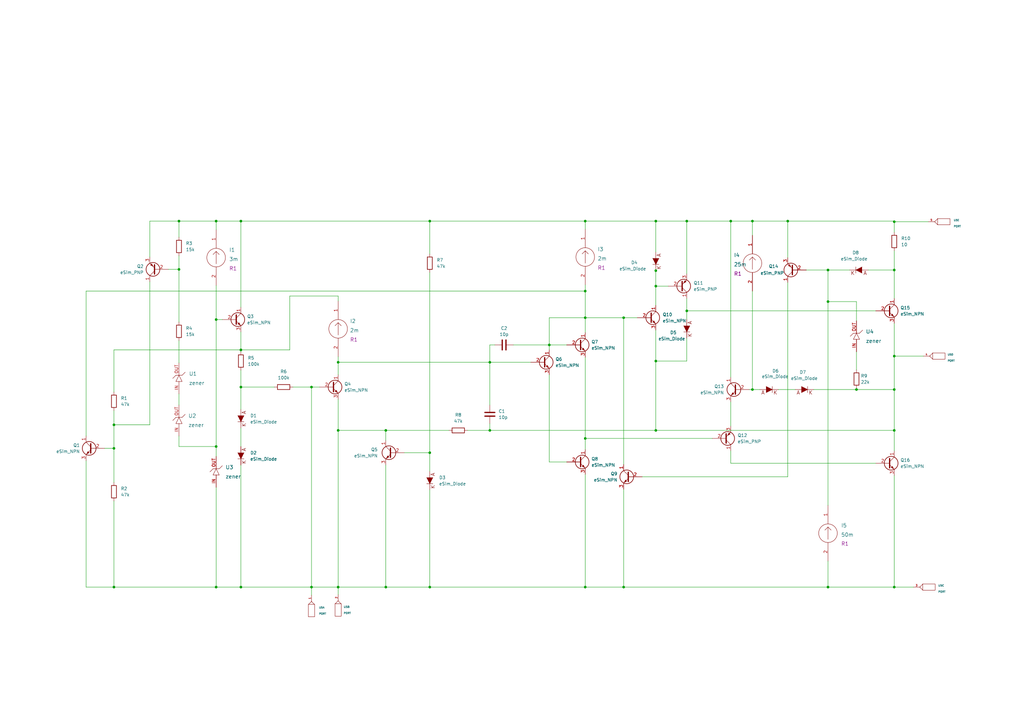
<source format=kicad_sch>
(kicad_sch (version 20211123) (generator eeschema)
  (paper "A3")
  (lib_symbols
    (symbol "eSim_Analog:zener" (pin_names (offset 1.016))
      (property "Reference" "U" (at -1.27 -2.54 0))
      (property "Value" "zener" (at 0 2.54 0))
      (symbol "zener_0_1"
        (polyline (pts (xy 2.54 -1.27) (xy 1.27 -2.54)))
        (polyline (pts (xy 2.54 1.27) (xy 2.54 -1.27)))
        (polyline (pts (xy 2.54 1.27) (xy 3.81 2.54)))
        (polyline (pts (xy 0 1.27) (xy 0 -1.27) (xy 2.54 0) (xy 0 1.27)))
      )
      (symbol "zener_1_1"
        (pin input line (at -5.08 0 0) (length 5.08) (name "~") (number "IN"))
        (pin output line (at 7.62 0 180) (length 5.08) (name "~") (number "OUT"))
      )
    )
    (symbol "eSim_Devices:capacitor" (pin_numbers hide) (pin_names (offset 0.254))
      (property "Reference" "C" (at 0.635 2.54 0))
      (property "Value" "capacitor" (at 0.635 -2.54 0))
      (symbol "capacitor_0_1"
        (polyline (pts (xy -2.032 -0.762) (xy 2.032 -0.762)) (stroke (width 0.508)))
        (polyline (pts (xy -2.032 0.762) (xy 2.032 0.762)) (stroke (width 0.508)))
      )
      (symbol "capacitor_1_1"
        (pin passive line (at 0 3.81 270) (length 2.794) (name "~") (number "1"))
        (pin passive line (at 0 -3.81 90) (length 2.794) (name "~") (number "2"))
      )
    )
    (symbol "eSim_Devices:eSim_Diode" (pin_numbers hide) (pin_names (offset 1.016) hide)
      (property "Reference" "D" (at 0 2.54 0))
      (property "Value" "eSim_Diode" (at 0 -2.54 0))
      (symbol "eSim_Diode_0_0"
        (text "A" (at -2.54 1.27 0) (effects (font (size 1.524 1.524))))
        (text "K" (at 2.54 1.27 0) (effects (font (size 1.524 1.524))))
      )
      (symbol "eSim_Diode_0_1"
        (polyline (pts (xy 1.27 1.27) (xy 1.27 -1.27)) (stroke (width 0.1524)))
        (polyline (pts (xy -1.27 1.27) (xy 1.27 0) (xy -1.27 -1.27)) (fill (type outline)))
      )
      (symbol "eSim_Diode_1_1"
        (pin passive line (at -3.81 0 0) (length 2.54) (name "A") (number "1"))
        (pin passive line (at 3.81 0 180) (length 2.54) (name "K") (number "2"))
      )
    )
    (symbol "eSim_Devices:eSim_NPN" (pin_names (offset 0) hide)
      (property "Reference" "Q" (at -2.54 1.27 0))
      (property "Value" "eSim_NPN" (at -1.27 3.81 0))
      (symbol "eSim_NPN_0_1"
        (polyline (pts (xy 0.635 0.635) (xy 2.54 2.54)))
        (polyline (pts (xy 0.635 -0.635) (xy 2.54 -2.54) (xy 2.54 -2.54)))
        (polyline (pts (xy 0.635 1.905) (xy 0.635 -1.905) (xy 0.635 -1.905)) (stroke (width 0.508)))
        (polyline (pts (xy 1.27 -1.778) (xy 1.778 -1.27) (xy 2.286 -2.286) (xy 1.27 -1.778) (xy 1.27 -1.778)) (fill (type outline)))
        (circle (center 1.27 0) (radius 2.8194) (stroke (width 0.254)))
      )
      (symbol "eSim_NPN_1_1"
        (pin passive line (at 2.54 5.08 270) (length 2.54) (name "C") (number "1"))
        (pin passive line (at -5.08 0 0) (length 5.715) (name "B") (number "2"))
        (pin passive line (at 2.54 -5.08 90) (length 2.54) (name "E") (number "3"))
      )
    )
    (symbol "eSim_Devices:eSim_PNP" (pin_names (offset 0) hide)
      (property "Reference" "Q" (at -2.54 1.27 0))
      (property "Value" "eSim_PNP" (at -1.27 3.81 0))
      (symbol "eSim_PNP_0_1"
        (polyline (pts (xy 0.635 0.635) (xy 2.54 2.54)))
        (polyline (pts (xy 0.635 -0.635) (xy 2.54 -2.54) (xy 2.54 -2.54)))
        (polyline (pts (xy 0.635 1.905) (xy 0.635 -1.905) (xy 0.635 -1.905)) (stroke (width 0.508)))
        (polyline (pts (xy 2.286 -1.778) (xy 1.778 -2.286) (xy 1.27 -1.27) (xy 2.286 -1.778) (xy 2.286 -1.778)) (fill (type outline)))
        (circle (center 1.27 0) (radius 2.8194) (stroke (width 0.254)))
      )
      (symbol "eSim_PNP_1_1"
        (pin passive line (at 2.54 5.08 270) (length 2.54) (name "C") (number "1"))
        (pin passive line (at -5.08 0 0) (length 5.715) (name "B") (number "2"))
        (pin passive line (at 2.54 -5.08 90) (length 2.54) (name "E") (number "3"))
      )
    )
    (symbol "eSim_Devices:resistor" (pin_numbers hide) (pin_names (offset 0))
      (property "Reference" "R" (at 1.27 3.302 0))
      (property "Value" "resistor" (at 1.27 -1.27 0))
      (symbol "resistor_0_1"
        (rectangle (start 3.81 0.254) (end -1.27 2.286) (stroke (width 0.254)))
      )
      (symbol "resistor_1_1"
        (pin passive line (at -2.54 1.27 0) (length 1.27) (name "~") (number "1"))
        (pin passive line (at 5.08 1.27 180) (length 1.27) (name "~") (number "2"))
      )
    )
    (symbol "eSim_Miscellaneous:PORT" (pin_names (offset 1.016))
      (property "Reference" "U" (at 1.27 2.54 0))
      (property "Value" "PORT" (at 0 0 0))
      (symbol "PORT_0_1"
        (rectangle (start -2.54 1.27) (end 2.54 -1.27))
        (arc (start 2.54 1.27) (mid 3.1355 0.5955) (end 3.81 0))
        (arc (start 3.81 0) (mid 3.1447 -0.6046) (end 2.54 -1.27))
      )
      (symbol "PORT_1_1"
        (pin bidirectional line (at 6.35 0 180) (length 2.54) (name "~") (number "1"))
      )
      (symbol "PORT_2_1"
        (pin bidirectional line (at 6.35 0 180) (length 2.54) (name "~") (number "2"))
      )
      (symbol "PORT_3_1"
        (pin bidirectional line (at 6.35 0 180) (length 2.54) (name "~") (number "3"))
      )
      (symbol "PORT_4_1"
        (pin bidirectional line (at 6.35 0 180) (length 2.54) (name "~") (number "4"))
      )
      (symbol "PORT_5_1"
        (pin bidirectional line (at 6.35 0 180) (length 2.54) (name "~") (number "5"))
      )
      (symbol "PORT_6_1"
        (pin bidirectional line (at 6.35 0 180) (length 2.54) (name "~") (number "6"))
      )
      (symbol "PORT_7_1"
        (pin bidirectional line (at 6.35 0 180) (length 2.54) (name "~") (number "7"))
      )
      (symbol "PORT_8_1"
        (pin bidirectional line (at 6.35 0 180) (length 2.54) (name "~") (number "8"))
      )
      (symbol "PORT_9_1"
        (pin bidirectional line (at 6.35 0 180) (length 2.54) (name "~") (number "9"))
      )
      (symbol "PORT_10_1"
        (pin bidirectional line (at 6.35 0 180) (length 2.54) (name "~") (number "10"))
      )
      (symbol "PORT_11_1"
        (pin bidirectional line (at 6.35 0 180) (length 2.54) (name "~") (number "11"))
      )
      (symbol "PORT_12_1"
        (pin bidirectional line (at 6.35 0 180) (length 2.54) (name "~") (number "12"))
      )
      (symbol "PORT_13_1"
        (pin bidirectional line (at 6.35 0 180) (length 2.54) (name "~") (number "13"))
      )
      (symbol "PORT_14_1"
        (pin bidirectional line (at 6.35 0 180) (length 2.54) (name "~") (number "14"))
      )
      (symbol "PORT_15_1"
        (pin bidirectional line (at 6.35 0 180) (length 2.54) (name "~") (number "15"))
      )
      (symbol "PORT_16_1"
        (pin bidirectional line (at 6.35 0 180) (length 2.54) (name "~") (number "16"))
      )
      (symbol "PORT_17_1"
        (pin bidirectional line (at 6.35 0 180) (length 2.54) (name "~") (number "17"))
      )
      (symbol "PORT_18_1"
        (pin bidirectional line (at 6.35 0 180) (length 2.54) (name "~") (number "18"))
      )
      (symbol "PORT_19_1"
        (pin bidirectional line (at 6.35 0 180) (length 2.54) (name "~") (number "19"))
      )
      (symbol "PORT_20_1"
        (pin bidirectional line (at 6.35 0 180) (length 2.54) (name "~") (number "20"))
      )
      (symbol "PORT_21_1"
        (pin bidirectional line (at 6.35 0 180) (length 2.54) (name "~") (number "21"))
      )
      (symbol "PORT_22_1"
        (pin bidirectional line (at 6.35 0 180) (length 2.54) (name "~") (number "22"))
      )
      (symbol "PORT_23_1"
        (pin bidirectional line (at 6.35 0 180) (length 2.54) (name "~") (number "23"))
      )
      (symbol "PORT_24_1"
        (pin bidirectional line (at 6.35 0 180) (length 2.54) (name "~") (number "24"))
      )
      (symbol "PORT_25_1"
        (pin bidirectional line (at 6.35 0 180) (length 2.54) (name "~") (number "25"))
      )
      (symbol "PORT_26_1"
        (pin bidirectional line (at 6.35 0 180) (length 2.54) (name "~") (number "26"))
      )
    )
    (symbol "eSim_Sources:dc" (pin_names (offset 1.016))
      (property "Reference" "I" (at -5.08 2.54 0))
      (property "Value" "dc" (at -5.08 -1.27 0))
      (property "Footprint" "R1" (at -7.62 0 0))
      (symbol "dc_0_1"
        (polyline (pts (xy 0 -2.54) (xy 0 -2.54)))
        (polyline (pts (xy 0 2.54) (xy -1.27 1.27)))
        (polyline (pts (xy 0 2.54) (xy 0 -2.54)))
        (polyline (pts (xy 0 2.54) (xy 1.27 1.27)))
        (circle (center 0 0) (radius 3.81))
      )
      (symbol "dc_1_1"
        (pin passive line (at 0 11.43 270) (length 7.62) (name "~") (number "1"))
        (pin passive line (at 0 -11.43 90) (length 7.62) (name "~") (number "2"))
      )
    )
  )
  (junction (at 46.736 174.244))
  (junction (at 351.282 159.766))
  (junction (at 127.762 158.75))
  (junction (at 366.776 90.932))
  (junction (at 268.986 110.998))
  (junction (at 158.242 240.792))
  (junction (at 46.736 240.792))
  (junction (at 98.806 158.75))
  (junction (at 98.806 143.51))
  (junction (at 308.61 90.678))
  (junction (at 240.03 90.678))
  (junction (at 176.276 185.674))
  (junction (at 176.276 240.792))
  (junction (at 158.242 176.53))
  (junction (at 240.03 119.38))
  (junction (at 138.684 148.59))
  (junction (at 88.646 240.792))
  (junction (at 339.598 110.744))
  (junction (at 268.986 176.53))
  (junction (at 366.776 159.766))
  (junction (at 339.598 123.698))
  (junction (at 268.986 148.082))
  (junction (at 240.03 179.832))
  (junction (at 366.776 176.53))
  (junction (at 46.736 183.896))
  (junction (at 88.646 183.134))
  (junction (at 240.03 240.792))
  (junction (at 268.986 117.348))
  (junction (at 268.986 90.678))
  (junction (at 323.088 90.678))
  (junction (at 73.406 90.678))
  (junction (at 88.646 90.678))
  (junction (at 240.03 130.302))
  (junction (at 98.806 240.792))
  (junction (at 88.646 131.064))
  (junction (at 281.686 90.678))
  (junction (at 138.684 240.792))
  (junction (at 366.776 240.792))
  (junction (at 200.914 148.59))
  (junction (at 255.778 240.792))
  (junction (at 255.778 130.302))
  (junction (at 339.598 240.792))
  (junction (at 127.762 240.792))
  (junction (at 176.276 90.678))
  (junction (at 299.72 90.678))
  (junction (at 73.406 110.49))
  (junction (at 308.61 159.766))
  (junction (at 281.686 127.508))
  (junction (at 200.914 176.53))
  (junction (at 98.806 90.678))
  (junction (at 366.776 146.05))
  (junction (at 225.298 141.478))
  (junction (at 366.776 110.744))
  (junction (at 138.684 176.53))
  (wire (pts (xy 118.872 121.412) (xy 138.684 121.412)))
  (wire (pts (xy 61.468 115.57) (xy 61.468 174.244)))
  (wire (pts (xy 138.684 148.59) (xy 138.684 153.67)))
  (wire (pts (xy 191.77 176.53) (xy 200.914 176.53)))
  (wire (pts (xy 88.646 199.898) (xy 88.646 240.792)))
  (wire (pts (xy 73.406 104.902) (xy 73.406 110.49)))
  (wire (pts (xy 138.684 240.792) (xy 158.242 240.792)))
  (wire (pts (xy 268.986 148.082) (xy 268.986 176.53)))
  (wire (pts (xy 176.276 240.792) (xy 240.03 240.792)))
  (wire (pts (xy 263.398 195.58) (xy 323.088 195.58)))
  (wire (pts (xy 88.646 90.678) (xy 98.806 90.678)))
  (wire (pts (xy 73.406 139.7) (xy 73.406 148.844)))
  (wire (pts (xy 240.03 93.98) (xy 240.03 90.678)))
  (wire (pts (xy 176.276 200.914) (xy 176.276 240.792)))
  (wire (pts (xy 61.468 174.244) (xy 46.736 174.244)))
  (wire (pts (xy 127.762 158.75) (xy 131.064 158.75)))
  (wire (pts (xy 339.598 110.744) (xy 348.488 110.744)))
  (wire (pts (xy 73.406 178.816) (xy 73.406 183.134)))
  (wire (pts (xy 88.646 183.134) (xy 88.646 187.198)))
  (wire (pts (xy 268.986 135.382) (xy 268.986 148.082)))
  (wire (pts (xy 255.778 130.302) (xy 261.366 130.302)))
  (wire (pts (xy 268.986 176.53) (xy 366.776 176.53)))
  (wire (pts (xy 339.598 123.698) (xy 339.598 207.264)))
  (wire (pts (xy 225.298 153.67) (xy 225.298 189.484)))
  (wire (pts (xy 158.242 176.53) (xy 184.15 176.53)))
  (wire (pts (xy 281.686 127.508) (xy 281.686 131.064)))
  (wire (pts (xy 240.03 130.302) (xy 255.778 130.302)))
  (wire (pts (xy 118.872 143.51) (xy 118.872 121.412)))
  (wire (pts (xy 240.03 90.678) (xy 268.986 90.678)))
  (wire (pts (xy 299.72 184.912) (xy 299.72 189.992)))
  (wire (pts (xy 98.806 175.514) (xy 98.806 183.134)))
  (wire (pts (xy 61.468 90.678) (xy 73.406 90.678)))
  (wire (pts (xy 98.806 143.51) (xy 98.806 144.272)))
  (wire (pts (xy 73.406 90.678) (xy 88.646 90.678)))
  (wire (pts (xy 138.684 176.53) (xy 158.242 176.53)))
  (wire (pts (xy 225.298 130.302) (xy 240.03 130.302)))
  (wire (pts (xy 88.646 131.064) (xy 91.186 131.064)))
  (wire (pts (xy 176.276 90.678) (xy 240.03 90.678)))
  (wire (pts (xy 308.61 159.766) (xy 308.61 119.38)))
  (wire (pts (xy 268.986 110.998) (xy 268.986 110.744)))
  (wire (pts (xy 35.306 240.792) (xy 46.736 240.792)))
  (wire (pts (xy 323.088 90.678) (xy 366.776 90.678)))
  (wire (pts (xy 69.088 110.49) (xy 73.406 110.49)))
  (wire (pts (xy 339.598 230.124) (xy 339.598 240.792)))
  (wire (pts (xy 225.298 143.51) (xy 225.298 141.478)))
  (wire (pts (xy 366.776 195.072) (xy 366.776 240.792)))
  (wire (pts (xy 46.736 240.792) (xy 88.646 240.792)))
  (wire (pts (xy 73.406 90.678) (xy 73.406 97.282)))
  (wire (pts (xy 240.03 179.832) (xy 240.03 184.404)))
  (wire (pts (xy 240.03 240.792) (xy 255.778 240.792)))
  (wire (pts (xy 46.736 183.896) (xy 46.736 197.866)))
  (wire (pts (xy 73.406 110.49) (xy 73.406 132.08)))
  (wire (pts (xy 127.762 240.792) (xy 127.762 244.094)))
  (wire (pts (xy 281.686 112.268) (xy 281.686 90.678)))
  (wire (pts (xy 88.646 183.134) (xy 88.646 131.064)))
  (wire (pts (xy 268.986 117.348) (xy 274.066 117.348)))
  (wire (pts (xy 323.088 105.664) (xy 323.088 90.678)))
  (wire (pts (xy 200.914 141.478) (xy 202.946 141.478)))
  (wire (pts (xy 255.778 130.302) (xy 255.778 190.5)))
  (wire (pts (xy 339.598 110.744) (xy 339.598 123.698)))
  (wire (pts (xy 307.34 159.766) (xy 308.61 159.766)))
  (wire (pts (xy 366.776 90.678) (xy 366.776 90.932)))
  (wire (pts (xy 98.806 143.51) (xy 118.872 143.51)))
  (wire (pts (xy 35.306 119.38) (xy 240.03 119.38)))
  (wire (pts (xy 255.778 200.66) (xy 255.778 240.792)))
  (wire (pts (xy 351.282 123.698) (xy 339.598 123.698)))
  (wire (pts (xy 138.684 121.412) (xy 138.684 123.444)))
  (wire (pts (xy 98.806 190.754) (xy 98.806 240.792)))
  (wire (pts (xy 232.41 189.484) (xy 225.298 189.484)))
  (wire (pts (xy 319.278 159.766) (xy 326.136 159.766)))
  (wire (pts (xy 281.686 90.678) (xy 299.72 90.678)))
  (wire (pts (xy 158.242 176.53) (xy 158.242 180.594)))
  (wire (pts (xy 138.684 163.83) (xy 138.684 176.53)))
  (wire (pts (xy 73.406 183.134) (xy 88.646 183.134)))
  (wire (pts (xy 35.306 119.38) (xy 35.306 178.816)))
  (wire (pts (xy 366.776 159.766) (xy 366.776 176.53)))
  (wire (pts (xy 268.986 90.678) (xy 281.686 90.678)))
  (wire (pts (xy 42.926 183.896) (xy 46.736 183.896)))
  (wire (pts (xy 46.736 160.782) (xy 46.736 143.51)))
  (wire (pts (xy 366.776 90.932) (xy 366.776 95.25)))
  (wire (pts (xy 351.282 159.766) (xy 366.776 159.766)))
  (wire (pts (xy 351.282 131.572) (xy 351.282 123.698)))
  (wire (pts (xy 359.156 127.508) (xy 281.686 127.508)))
  (wire (pts (xy 281.686 122.428) (xy 281.686 127.508)))
  (wire (pts (xy 176.276 111.76) (xy 176.276 185.674)))
  (wire (pts (xy 225.298 141.478) (xy 232.41 141.478)))
  (wire (pts (xy 138.684 176.53) (xy 138.684 240.792)))
  (wire (pts (xy 176.276 90.678) (xy 176.276 104.14)))
  (wire (pts (xy 299.72 90.678) (xy 308.61 90.678)))
  (wire (pts (xy 240.03 119.38) (xy 240.03 116.84)))
  (wire (pts (xy 176.276 185.674) (xy 176.276 193.294)))
  (wire (pts (xy 210.566 141.478) (xy 225.298 141.478)))
  (wire (pts (xy 308.61 96.52) (xy 308.61 90.678)))
  (wire (pts (xy 200.914 176.53) (xy 268.986 176.53)))
  (wire (pts (xy 138.684 146.304) (xy 138.684 148.59)))
  (wire (pts (xy 165.862 185.674) (xy 176.276 185.674)))
  (wire (pts (xy 299.72 189.992) (xy 359.156 189.992)))
  (wire (pts (xy 98.806 90.678) (xy 176.276 90.678)))
  (wire (pts (xy 323.088 115.824) (xy 323.088 195.58)))
  (wire (pts (xy 268.986 103.378) (xy 268.986 90.678)))
  (wire (pts (xy 356.108 110.744) (xy 366.776 110.744)))
  (wire (pts (xy 88.646 240.792) (xy 98.806 240.792)))
  (wire (pts (xy 380.746 90.932) (xy 366.776 90.932)))
  (wire (pts (xy 240.03 130.302) (xy 240.03 136.398)))
  (wire (pts (xy 374.65 240.792) (xy 366.776 240.792)))
  (wire (pts (xy 366.776 110.744) (xy 366.776 122.428)))
  (wire (pts (xy 120.142 158.75) (xy 127.762 158.75)))
  (wire (pts (xy 366.776 146.05) (xy 366.776 159.766)))
  (wire (pts (xy 308.61 159.766) (xy 311.658 159.766)))
  (wire (pts (xy 268.986 125.222) (xy 268.986 117.348)))
  (wire (pts (xy 366.776 176.53) (xy 366.776 184.912)))
  (wire (pts (xy 268.986 117.348) (xy 268.986 110.998)))
  (wire (pts (xy 366.776 102.87) (xy 366.776 110.744)))
  (wire (pts (xy 127.762 158.75) (xy 127.762 240.792)))
  (wire (pts (xy 46.736 205.486) (xy 46.736 240.792)))
  (wire (pts (xy 73.406 161.544) (xy 73.406 166.116)))
  (wire (pts (xy 88.646 90.678) (xy 88.646 94.234)))
  (wire (pts (xy 240.03 130.302) (xy 240.03 119.38)))
  (wire (pts (xy 61.468 90.678) (xy 61.468 105.41)))
  (wire (pts (xy 339.598 240.792) (xy 366.776 240.792)))
  (wire (pts (xy 225.298 141.478) (xy 225.298 130.302)))
  (wire (pts (xy 255.778 240.792) (xy 339.598 240.792)))
  (wire (pts (xy 127.762 240.792) (xy 138.684 240.792)))
  (wire (pts (xy 158.242 190.754) (xy 158.242 240.792)))
  (wire (pts (xy 281.686 148.082) (xy 268.986 148.082)))
  (wire (pts (xy 200.914 141.478) (xy 200.914 148.59)))
  (wire (pts (xy 46.736 168.402) (xy 46.736 174.244)))
  (wire (pts (xy 138.684 148.59) (xy 200.914 148.59)))
  (wire (pts (xy 366.776 132.588) (xy 366.776 146.05)))
  (wire (pts (xy 98.806 136.144) (xy 98.806 143.51)))
  (wire (pts (xy 88.646 117.094) (xy 88.646 131.064)))
  (wire (pts (xy 333.756 159.766) (xy 351.282 159.766)))
  (wire (pts (xy 200.914 173.736) (xy 200.914 176.53)))
  (wire (pts (xy 98.806 125.984) (xy 98.806 90.678)))
  (wire (pts (xy 200.914 148.59) (xy 217.678 148.59)))
  (wire (pts (xy 240.03 146.558) (xy 240.03 179.832)))
  (wire (pts (xy 351.282 144.272) (xy 351.282 151.638)))
  (wire (pts (xy 98.806 158.75) (xy 98.806 167.894)))
  (wire (pts (xy 351.282 159.766) (xy 351.282 159.258)))
  (wire (pts (xy 98.806 240.792) (xy 127.762 240.792)))
  (wire (pts (xy 98.806 151.892) (xy 98.806 158.75)))
  (wire (pts (xy 308.61 90.678) (xy 323.088 90.678)))
  (wire (pts (xy 138.684 240.792) (xy 138.684 243.84)))
  (wire (pts (xy 46.736 143.51) (xy 98.806 143.51)))
  (wire (pts (xy 35.306 188.976) (xy 35.306 240.792)))
  (wire (pts (xy 330.708 110.744) (xy 339.598 110.744)))
  (wire (pts (xy 299.72 154.686) (xy 299.72 90.678)))
  (wire (pts (xy 200.914 148.59) (xy 200.914 166.116)))
  (wire (pts (xy 292.1 179.832) (xy 240.03 179.832)))
  (wire (pts (xy 98.806 158.75) (xy 112.522 158.75)))
  (wire (pts (xy 46.736 174.244) (xy 46.736 183.896)))
  (wire (pts (xy 378.714 146.05) (xy 366.776 146.05)))
  (wire (pts (xy 281.686 138.684) (xy 281.686 148.082)))
  (wire (pts (xy 158.242 240.792) (xy 176.276 240.792)))
  (wire (pts (xy 240.03 194.564) (xy 240.03 240.792)))
  (wire (pts (xy 299.72 164.846) (xy 299.72 174.752)))
  (symbol (lib_id "eSim_Devices:eSim_NPN") (at 266.446 130.302 0) (unit 1)
    (property "Reference" "Q10" (at 271.78 129.0319 0) (effects (justify left)))
    (property "Value" "eSim_NPN" (at 271.78 131.5719 0) (effects (justify left)))
  )
  (symbol (lib_id "eSim_Devices:eSim_Diode") (at 329.946 159.766 0) (mirror x) (unit 1)
    (property "Reference" "D7" (at 327.914 152.654 0) (effects (justify left)))
    (property "Value" "eSim_Diode" (at 324.358 155.194 0) (effects (justify left)))
  )
  (symbol (lib_id "eSim_Devices:eSim_NPN") (at 96.266 131.064 0) (unit 1)
    (property "Reference" "Q3" (at 101.346 129.7939 0) (effects (justify left)))
    (property "Value" "eSim_NPN" (at 101.346 132.3339 0) (effects (justify left)))
  )
  (symbol (lib_id "eSim_Analog:zener") (at 73.406 156.464 270) (mirror x) (unit 1)
    (property "Reference" "U1" (at 77.47 153.289 90) (effects (font (size 1.524 1.524)) (justify left)))
    (property "Value" "zener" (at 77.47 157.099 90) (effects (font (size 1.524 1.524)) (justify left)))
  )
  (symbol (lib_id "eSim_Devices:eSim_NPN") (at 222.758 148.59 0) (unit 1)
    (property "Reference" "Q6" (at 227.838 147.3199 0) (effects (justify left)))
    (property "Value" "eSim_NPN" (at 227.838 149.8599 0) (effects (justify left)))
  )
  (symbol (lib_id "eSim_Sources:dc") (at 240.03 105.41 0) (unit 1)
    (property "Reference" "I3" (at 245.11 102.235 0) (effects (font (size 1.524 1.524)) (justify left)))
    (property "Value" "2m" (at 245.11 106.045 0) (effects (font (size 1.524 1.524)) (justify left)))
    (property "Footprint" "R1" (at 245.11 109.855 0) (effects (font (size 1.524 1.524)) (justify left)))
  )
  (symbol (lib_id "eSim_Devices:eSim_PNP") (at 297.18 179.832 0) (mirror x) (unit 1)
    (property "Reference" "Q12" (at 302.514 178.5619 0) (effects (justify left)))
    (property "Value" "eSim_PNP" (at 302.514 181.1019 0) (effects (justify left)))
  )
  (symbol (lib_id "eSim_Devices:resistor") (at 189.23 175.26 180) (unit 1)
    (property "Reference" "R8" (at 187.96 170.18 0))
    (property "Value" "47k" (at 187.96 172.72 0))
  )
  (symbol (lib_id "eSim_Devices:resistor") (at 72.136 99.822 270) (unit 1)
    (property "Reference" "R3" (at 76.2 99.8219 90) (effects (justify left)))
    (property "Value" "15k" (at 76.2 102.3619 90) (effects (justify left)))
  )
  (symbol (lib_id "eSim_Devices:capacitor") (at 206.756 141.478 270) (unit 1)
    (property "Reference" "C2" (at 206.756 134.62 90))
    (property "Value" "10p" (at 206.756 137.16 90))
  )
  (symbol (lib_id "eSim_Devices:resistor") (at 117.602 157.48 180) (unit 1)
    (property "Reference" "R6" (at 116.332 152.4 0))
    (property "Value" "100k" (at 116.332 154.94 0))
  )
  (symbol (lib_id "eSim_Sources:dc") (at 138.684 134.874 0) (unit 1)
    (property "Reference" "I2" (at 143.51 131.699 0) (effects (font (size 1.524 1.524)) (justify left)))
    (property "Value" "2m" (at 143.51 135.509 0) (effects (font (size 1.524 1.524)) (justify left)))
    (property "Footprint" "R1" (at 143.51 139.319 0) (effects (font (size 1.524 1.524)) (justify left)))
  )
  (symbol (lib_id "eSim_Sources:dc") (at 308.61 107.95 0) (unit 1)
    (property "Reference" "I4" (at 300.99 104.648 0) (effects (font (size 1.524 1.524)) (justify left)))
    (property "Value" "25m" (at 300.99 108.458 0) (effects (font (size 1.524 1.524)) (justify left)))
    (property "Footprint" "R1" (at 300.99 112.268 0) (effects (font (size 1.524 1.524)) (justify left)))
  )
  (symbol (lib_id "eSim_Devices:eSim_NPN") (at 364.236 127.508 0) (unit 1)
    (property "Reference" "Q15" (at 369.316 126.2379 0) (effects (justify left)))
    (property "Value" "eSim_NPN" (at 369.316 128.7779 0) (effects (justify left)))
  )
  (symbol (lib_id "eSim_Sources:dc") (at 339.598 218.694 0) (unit 1)
    (property "Reference" "I5" (at 344.932 215.519 0) (effects (font (size 1.524 1.524)) (justify left)))
    (property "Value" "50m" (at 344.932 219.329 0) (effects (font (size 1.524 1.524)) (justify left)))
    (property "Footprint" "R1" (at 344.932 223.012 0) (effects (font (size 1.524 1.524)) (justify left)))
  )
  (symbol (lib_id "eSim_Devices:capacitor") (at 200.914 169.926 0) (unit 1)
    (property "Reference" "C1" (at 204.47 168.6559 0) (effects (justify left)))
    (property "Value" "10p" (at 204.47 171.1959 0) (effects (justify left)))
  )
  (symbol (lib_id "eSim_Devices:eSim_NPN") (at 237.49 141.478 0) (unit 1)
    (property "Reference" "Q7" (at 242.57 140.2079 0) (effects (justify left)))
    (property "Value" "eSim_NPN" (at 242.57 142.7479 0) (effects (justify left)))
  )
  (symbol (lib_id "eSim_Devices:eSim_NPN") (at 302.26 159.766 0) (mirror y) (unit 1)
    (property "Reference" "Q13" (at 296.926 158.4959 0) (effects (justify left)))
    (property "Value" "eSim_NPN" (at 296.926 161.0359 0) (effects (justify left)))
  )
  (symbol (lib_id "eSim_Devices:eSim_Diode") (at 176.276 197.104 270) (unit 1)
    (property "Reference" "D3" (at 180.086 195.8883 90) (effects (justify left)))
    (property "Value" "eSim_Diode" (at 180.086 198.4283 90) (effects (justify left)))
  )
  (symbol (lib_id "eSim_Sources:dc") (at 88.646 105.664 0) (unit 1)
    (property "Reference" "I1" (at 93.98 102.489 0) (effects (font (size 1.524 1.524)) (justify left)))
    (property "Value" "3m" (at 93.98 106.299 0) (effects (font (size 1.524 1.524)) (justify left)))
    (property "Footprint" "R1" (at 93.98 110.109 0) (effects (font (size 1.524 1.524)) (justify left)))
  )
  (symbol (lib_id "eSim_Miscellaneous:PORT") (at 138.684 250.19 270) (mirror x) (unit 2)
    (property "Reference" "U5" (at 140.97 248.92 90) (effects (font (size 0.762 0.762)) (justify left)))
    (property "Value" "PORT" (at 140.97 251.46 90) (effects (font (size 0.762 0.762)) (justify left)))
  )
  (symbol (lib_id "eSim_Devices:eSim_NPN") (at 364.236 189.992 0) (unit 1)
    (property "Reference" "Q16" (at 369.316 188.7219 0) (effects (justify left)))
    (property "Value" "eSim_NPN" (at 369.316 191.2619 0) (effects (justify left)))
  )
  (symbol (lib_id "eSim_Devices:eSim_PNP") (at 64.008 110.49 180) (unit 1)
    (property "Reference" "Q2" (at 58.928 109.2199 0) (effects (justify left)))
    (property "Value" "eSim_PNP" (at 58.928 111.7599 0) (effects (justify left)))
  )
  (symbol (lib_id "eSim_Analog:zener") (at 88.646 194.818 270) (mirror x) (unit 1)
    (property "Reference" "U3" (at 92.456 191.643 90) (effects (font (size 1.524 1.524)) (justify left)))
    (property "Value" "zener" (at 92.456 195.453 90) (effects (font (size 1.524 1.524)) (justify left)))
  )
  (symbol (lib_id "eSim_Devices:eSim_NPN") (at 136.144 158.75 0) (unit 1)
    (property "Reference" "Q4" (at 141.224 157.4799 0) (effects (justify left)))
    (property "Value" "eSim_NPN" (at 141.224 160.0199 0) (effects (justify left)))
  )
  (symbol (lib_id "eSim_Miscellaneous:PORT") (at 385.064 146.05 0) (mirror y) (unit 4)
    (property "Reference" "U5" (at 388.62 145.415 0) (effects (font (size 0.762 0.762)) (justify right)))
    (property "Value" "PORT" (at 388.62 147.955 0) (effects (font (size 0.762 0.762)) (justify right)))
  )
  (symbol (lib_id "eSim_Devices:eSim_Diode") (at 352.298 110.744 180) (unit 1)
    (property "Reference" "D8" (at 352.298 103.632 0) (effects (justify left)))
    (property "Value" "eSim_Diode" (at 355.854 106.172 0) (effects (justify left)))
  )
  (symbol (lib_id "eSim_Miscellaneous:PORT") (at 127.762 250.444 270) (mirror x) (unit 1)
    (property "Reference" "U5" (at 130.81 249.174 90) (effects (font (size 0.762 0.762)) (justify left)))
    (property "Value" "PORT" (at 130.81 251.714 90) (effects (font (size 0.762 0.762)) (justify left)))
  )
  (symbol (lib_id "eSim_Devices:eSim_Diode") (at 281.686 134.874 270) (unit 1)
    (property "Reference" "D5" (at 274.828 136.398 90) (effects (justify left)))
    (property "Value" "eSim_Diode" (at 270.002 138.938 90) (effects (justify left)))
  )
  (symbol (lib_id "eSim_Devices:eSim_NPN") (at 160.782 185.674 0) (mirror y) (unit 1)
    (property "Reference" "Q5" (at 154.94 184.4039 0) (effects (justify left)))
    (property "Value" "eSim_NPN" (at 154.94 186.9439 0) (effects (justify left)))
  )
  (symbol (lib_id "eSim_Devices:eSim_PNP") (at 279.146 117.348 0) (mirror x) (unit 1)
    (property "Reference" "Q11" (at 284.48 116.0779 0) (effects (justify left)))
    (property "Value" "eSim_PNP" (at 284.48 118.6179 0) (effects (justify left)))
  )
  (symbol (lib_id "eSim_Analog:zener") (at 351.282 139.192 270) (mirror x) (unit 1)
    (property "Reference" "U4" (at 355.092 136.017 90) (effects (font (size 1.524 1.524)) (justify left)))
    (property "Value" "zener" (at 355.092 139.827 90) (effects (font (size 1.524 1.524)) (justify left)))
  )
  (symbol (lib_id "eSim_Miscellaneous:PORT") (at 381 240.792 0) (mirror y) (unit 3)
    (property "Reference" "U5" (at 384.81 240.157 0) (effects (font (size 0.762 0.762)) (justify right)))
    (property "Value" "PORT" (at 384.81 242.697 0) (effects (font (size 0.762 0.762)) (justify right)))
  )
  (symbol (lib_id "eSim_Devices:resistor") (at 97.536 146.812 270) (unit 1)
    (property "Reference" "R5" (at 101.6 146.8119 90) (effects (justify left)))
    (property "Value" "100k" (at 101.6 149.3519 90) (effects (justify left)))
  )
  (symbol (lib_id "eSim_Analog:zener") (at 73.406 173.736 270) (mirror x) (unit 1)
    (property "Reference" "U2" (at 77.216 170.561 90) (effects (font (size 1.524 1.524)) (justify left)))
    (property "Value" "zener" (at 77.216 174.371 90) (effects (font (size 1.524 1.524)) (justify left)))
  )
  (symbol (lib_id "eSim_Miscellaneous:PORT") (at 387.096 90.932 0) (mirror y) (unit 5)
    (property "Reference" "U5" (at 391.16 90.297 0) (effects (font (size 0.762 0.762)) (justify right)))
    (property "Value" "PORT" (at 391.16 92.837 0) (effects (font (size 0.762 0.762)) (justify right)))
  )
  (symbol (lib_id "eSim_Devices:eSim_Diode") (at 98.806 171.704 270) (unit 1)
    (property "Reference" "D1" (at 102.616 170.4883 90) (effects (justify left)))
    (property "Value" "eSim_Diode" (at 102.616 173.0283 90) (effects (justify left)))
  )
  (symbol (lib_id "eSim_Devices:resistor") (at 175.006 106.68 270) (unit 1)
    (property "Reference" "R7" (at 179.07 106.6799 90) (effects (justify left)))
    (property "Value" "47k" (at 179.07 109.2199 90) (effects (justify left)))
  )
  (symbol (lib_id "eSim_Devices:eSim_Diode") (at 98.806 186.944 270) (unit 1)
    (property "Reference" "D2" (at 102.616 185.7283 90) (effects (justify left)))
    (property "Value" "eSim_Diode" (at 102.616 188.2683 90) (effects (justify left)))
  )
  (symbol (lib_id "eSim_Devices:eSim_Diode") (at 268.986 107.188 270) (unit 1)
    (property "Reference" "D4" (at 258.826 107.696 90) (effects (justify left)))
    (property "Value" "eSim_Diode" (at 254 110.236 90) (effects (justify left)))
  )
  (symbol (lib_id "eSim_Devices:resistor") (at 45.466 163.322 270) (unit 1)
    (property "Reference" "R1" (at 49.53 163.3219 90) (effects (justify left)))
    (property "Value" "47k" (at 49.53 165.8619 90) (effects (justify left)))
  )
  (symbol (lib_id "eSim_Devices:eSim_NPN") (at 258.318 195.58 0) (mirror y) (unit 1)
    (property "Reference" "Q9" (at 253.238 194.3099 0) (effects (justify left)))
    (property "Value" "eSim_NPN" (at 253.238 196.8499 0) (effects (justify left)))
  )
  (symbol (lib_id "eSim_Devices:resistor") (at 72.136 134.62 270) (unit 1)
    (property "Reference" "R4" (at 76.2 134.6199 90) (effects (justify left)))
    (property "Value" "15k" (at 76.2 137.1599 90) (effects (justify left)))
  )
  (symbol (lib_id "eSim_Devices:eSim_PNP") (at 325.628 110.744 180) (unit 1)
    (property "Reference" "Q14" (at 319.278 109.22 0) (effects (justify left)))
    (property "Value" "eSim_PNP" (at 321.564 112.014 0) (effects (justify left)))
  )
  (symbol (lib_id "eSim_Devices:eSim_NPN") (at 237.49 189.484 0) (unit 1)
    (property "Reference" "Q8" (at 242.57 188.2139 0) (effects (justify left)))
    (property "Value" "eSim_NPN" (at 242.57 190.7539 0) (effects (justify left)))
  )
  (symbol (lib_id "eSim_Devices:eSim_Diode") (at 315.468 159.766 0) (mirror x) (unit 1)
    (property "Reference" "D6" (at 316.738 152.146 0) (effects (justify left)))
    (property "Value" "eSim_Diode" (at 312.42 154.432 0) (effects (justify left)))
  )
  (symbol (lib_id "eSim_Devices:eSim_NPN") (at 37.846 183.896 0) (mirror y) (unit 1)
    (property "Reference" "Q1" (at 32.766 182.6259 0) (effects (justify left)))
    (property "Value" "eSim_NPN" (at 32.766 185.1659 0) (effects (justify left)))
  )
  (symbol (lib_id "eSim_Devices:resistor") (at 350.012 154.178 270) (unit 1)
    (property "Reference" "R9" (at 353.06 154.1779 90) (effects (justify left)))
    (property "Value" "22k" (at 353.06 156.7179 90) (effects (justify left)))
  )
  (symbol (lib_id "eSim_Devices:resistor") (at 365.506 97.79 270) (unit 1)
    (property "Reference" "R10" (at 369.57 97.7899 90) (effects (justify left)))
    (property "Value" "10" (at 369.57 100.3299 90) (effects (justify left)))
  )
  (symbol (lib_id "eSim_Devices:resistor") (at 45.466 200.406 270) (unit 1)
    (property "Reference" "R2" (at 49.53 200.4059 90) (effects (justify left)))
    (property "Value" "47k" (at 49.53 202.9459 90) (effects (justify left)))
  )
)
</source>
